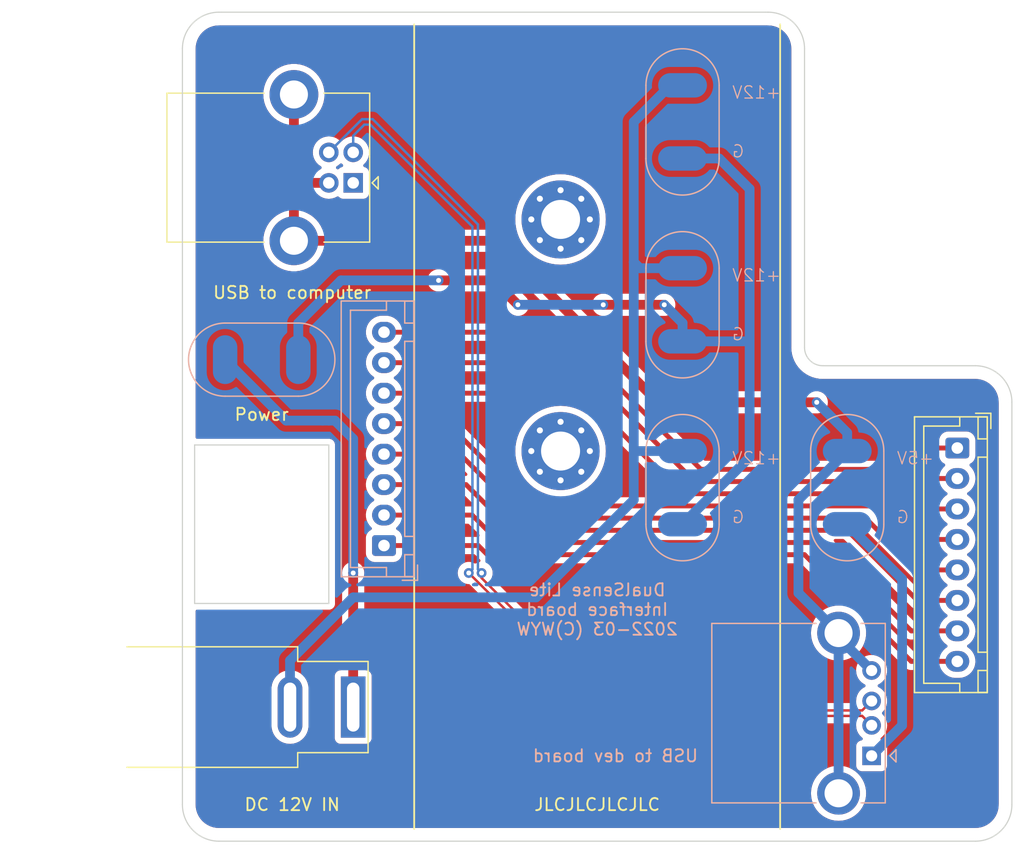
<source format=kicad_pcb>
(kicad_pcb (version 20211014) (generator pcbnew)
  (layers (0 "F.Cu" signal) (31 "B.Cu" signal) (34 "B.Paste" user) (35 "F.Paste" user) (36 "B.SilkS" user "B.Silkscreen") (37 "F.SilkS" user "F.Silkscreen") (38 "B.Mask" user) (39 "F.Mask" user) (44 "Edge.Cuts" user))
  (net 0 "")
  (net 1 "Net-(J1-Pad1)")
  (net 2 "GNDPWR")
  (net 3 "+12V")
  (net 4 "+5V")
  (net 5 "Net-(J6-Pad2)")
  (net 7 "Net-(J4-Pad1)")
  (net 8 "Net-(J4-Pad2)")
  (net 9 "Net-(J4-Pad3)")
  (net 10 "Net-(J4-Pad4)")
  (net 11 "Net-(J4-Pad5)")
  (net 12 "Net-(J4-Pad6)")
  (net 13 "Net-(J4-Pad7)")
  (net 14 "Net-(J4-Pad8)")
  (net 15 "/D-")
  (net 16 "/D+")
  (footprint "Connector_JST:JST_XH_B8B-XH-A_1x08_P2.50mm_Vertical" (layer "F.Cu") (at 136.525 83.75 -90)
    (fp_text reference "J9")
    (fp_text value "Conn_01x08_Female")
    (fp_line (start 0.75 -2.45) (end 0.75 -1.7) (layer "F.SilkS") (width 0.12))
    (fp_line (start -2.55 -1.7) (end -0.75 -1.7) (layer "F.SilkS") (width 0.12))
    (fp_line (start 16.75 -1.7) (end 16.75 -2.45) (layer "F.SilkS") (width 0.12))
    (fp_line (start 19.3 2.75) (end 8.75 2.75) (layer "F.SilkS") (width 0.12))
    (fp_line (start 16.75 -2.45) (end 0.75 -2.45) (layer "F.SilkS") (width 0.12))
    (fp_line (start -2.55 -2.45) (end -2.55 -1.7) (layer "F.SilkS") (width 0.12))
    (fp_line (start -2.56 -2.46) (end -2.56 3.51) (layer "F.SilkS") (width 0.12))
    (fp_line (start 20.05 -2.45) (end 18.25 -2.45) (layer "F.SilkS") (width 0.12))
    (fp_line (start -1.8 -0.2) (end -1.8 2.75) (layer "F.SilkS") (width 0.12))
    (fp_line (start 18.25 -1.7) (end 20.05 -1.7) (layer "F.SilkS") (width 0.12))
    (fp_line (start -0.75 -1.7) (end -0.75 -2.45) (layer "F.SilkS") (width 0.12))
    (fp_line (start -2.55 -0.2) (end -1.8 -0.2) (layer "F.SilkS") (width 0.12))
    (fp_line (start -0.75 -2.45) (end -2.55 -2.45) (layer "F.SilkS") (width 0.12))
    (fp_line (start 20.06 -2.46) (end -2.56 -2.46) (layer "F.SilkS") (width 0.12))
    (fp_line (start 18.25 -2.45) (end 18.25 -1.7) (layer "F.SilkS") (width 0.12))
    (fp_line (start 20.05 -1.7) (end 20.05 -2.45) (layer "F.SilkS") (width 0.12))
    (fp_line (start -2.56 3.51) (end 20.06 3.51) (layer "F.SilkS") (width 0.12))
    (fp_line (start 20.06 3.51) (end 20.06 -2.46) (layer "F.SilkS") (width 0.12))
    (fp_line (start -1.8 2.75) (end 8.75 2.75) (layer "F.SilkS") (width 0.12))
    (fp_line (start 19.3 -0.2) (end 19.3 2.75) (layer "F.SilkS") (width 0.12))
    (fp_line (start 20.05 -0.2) (end 19.3 -0.2) (layer "F.SilkS") (width 0.12))
    (fp_line (start 0.75 -1.7) (end 16.75 -1.7) (layer "F.SilkS") (width 0.12))
    (fp_line (start -1.6 -2.75) (end -2.85 -2.75) (layer "F.SilkS") (width 0.12))
    (fp_line (start -2.85 -2.75) (end -2.85 -1.5) (layer "F.SilkS") (width 0.12))
    (pad "1" thru_hole roundrect (at 0 0 270) (size 1.7 1.95) (drill 0.95) (layers *.Cu *.Mask) (roundrect_rratio 0.1470588235) (net 14 "Net-(J4-Pad8)"))
    (pad "2" thru_hole oval (at 2.5 0 270) (size 1.7 1.95) (drill 0.95) (layers *.Cu *.Mask) (net 13 "Net-(J4-Pad7)"))
    (pad "3" thru_hole oval (at 5 0 270) (size 1.7 1.95) (drill 0.95) (layers *.Cu *.Mask) (net 12 "Net-(J4-Pad6)"))
    (pad "4" thru_hole oval (at 7.5 0 270) (size 1.7 1.95) (drill 0.95) (layers *.Cu *.Mask) (net 11 "Net-(J4-Pad5)"))
    (pad "5" thru_hole oval (at 10 0 270) (size 1.7 1.95) (drill 0.95) (layers *.Cu *.Mask) (net 10 "Net-(J4-Pad4)"))
    (pad "6" thru_hole oval (at 12.5 0 270) (size 1.7 1.95) (drill 0.95) (layers *.Cu *.Mask) (net 9 "Net-(J4-Pad3)"))
    (pad "7" thru_hole oval (at 15 0 270) (size 1.7 1.95) (drill 0.95) (layers *.Cu *.Mask) (net 8 "Net-(J4-Pad2)"))
    (pad "8" thru_hole oval (at 17.5 0 270) (size 1.7 1.95) (drill 0.95) (layers *.Cu *.Mask) (net 7 "Net-(J4-Pad1)"))
  )
  (footprint "Connector_USB:USB_B_Lumberg_2411_02_Horizontal" (layer "F.Cu") (at 87 62 180)
    (fp_text reference "J7")
    (fp_text value "USB Computer")
    (fp_line (start -2.05 0.5) (end -1.55 0) (layer "F.SilkS") (width 0.12))
    (fp_line (start 15.27 -4.86) (end 7.3 -4.86) (layer "F.SilkS") (width 0.12))
    (fp_line (start -1.35 -4.86) (end 2.4 -4.86) (layer "F.SilkS") (width 0.12))
    (fp_line (start 15.27 7.36) (end 7.3 7.36) (layer "F.SilkS") (width 0.12))
    (fp_line (start 15.27 7.36) (end 15.27 -4.86) (layer "F.SilkS") (width 0.12))
    (fp_line (start -2.05 -0.5) (end -2.05 0.5) (layer "F.SilkS") (width 0.12))
    (fp_line (start -1.35 7.36) (end -1.35 -4.86) (layer "F.SilkS") (width 0.12))
    (fp_line (start -1.35 7.36) (end 2.4 7.36) (layer "F.SilkS") (width 0.12))
    (fp_line (start -1.55 0) (end -2.05 -0.5) (layer "F.SilkS") (width 0.12))
    (pad "1" thru_hole rect (at 0 0 270) (size 1.6 1.6) (drill 0.95) (layers *.Cu *.Mask))
    (pad "2" thru_hole circle (at 0 2.5 270) (size 1.6 1.6) (drill 0.95) (layers *.Cu *.Mask) (net 15 "/D-"))
    (pad "3" thru_hole circle (at 2 2.5 270) (size 1.6 1.6) (drill 0.95) (layers *.Cu *.Mask) (net 16 "/D+"))
    (pad "4" thru_hole circle (at 2 0 270) (size 1.6 1.6) (drill 0.95) (layers *.Cu *.Mask) (net 5 "Net-(J6-Pad2)"))
    (pad "5" thru_hole circle (at 4.86 7.25 270) (size 4 4) (drill 2.3) (layers *.Cu *.Mask) (net 5 "Net-(J6-Pad2)"))
    (pad "5" thru_hole circle (at 4.86 -4.75 270) (size 4 4) (drill 2.3) (layers *.Cu *.Mask) (net 5 "Net-(J6-Pad2)"))
  )
  (footprint "MountingHole:MountingHole_3.2mm_M3_Pad_Via" (layer "F.Cu") (at 104 65)
    (fp_text reference "H1")
    (fp_text value "MountingHole")
    (pad "1" thru_hole circle (at 0 2.4) (size 0.8 0.8) (drill 0.5) (layers *.Cu *.Mask))
    (pad "1" thru_hole circle (at 2.4 0) (size 0.8 0.8) (drill 0.5) (layers *.Cu *.Mask))
    (pad "1" thru_hole circle (at 1.697056 1.697056) (size 0.8 0.8) (drill 0.5) (layers *.Cu *.Mask))
    (pad "1" thru_hole circle (at -2.4 0) (size 0.8 0.8) (drill 0.5) (layers *.Cu *.Mask))
    (pad "1" thru_hole circle (at 0 -2.4) (size 0.8 0.8) (drill 0.5) (layers *.Cu *.Mask))
    (pad "1" thru_hole circle (at -1.697056 1.697056) (size 0.8 0.8) (drill 0.5) (layers *.Cu *.Mask))
    (pad "1" thru_hole circle (at -1.697056 -1.697056) (size 0.8 0.8) (drill 0.5) (layers *.Cu *.Mask))
    (pad "1" thru_hole circle (at 1.697056 -1.697056) (size 0.8 0.8) (drill 0.5) (layers *.Cu *.Mask))
    (pad "1" thru_hole circle (at 0 0) (size 6.4 6.4) (drill 3.2) (layers *.Cu *.Mask))
  )
  (footprint "Connector_BarrelJack:BarrelJack_SwitchcraftConxall_RAPC10U_Horizontal" (layer "F.Cu") (at 87 105)
    (fp_text reference "J1")
    (fp_text value "DC 12V IN")
    (fp_line (start 1.22 3.74) (end 1.22 -3.74) (layer "F.SilkS") (width 0.12))
    (fp_line (start 1.22 -3.74) (end -4.55 -3.74) (layer "F.SilkS") (width 0.12))
    (fp_line (start -18.55 4.945) (end -4.55 4.945) (layer "F.SilkS") (width 0.12))
    (fp_line (start -4.55 -4.945) (end -18.55 -4.945) (layer "F.SilkS") (width 0.12))
    (fp_line (start -4.55 4.945) (end -4.55 3.74) (layer "F.SilkS") (width 0.12))
    (fp_line (start -4.55 -3.74) (end -4.55 -4.945) (layer "F.SilkS") (width 0.12))
    (fp_line (start -4.55 3.74) (end 1.22 3.74) (layer "F.SilkS") (width 0.12))
    (pad "1" thru_hole rect (at 0 0) (size 2.02 5.02) (drill oval 1.02 4.02) (layers *.Cu *.Mask) (net 1 "Net-(J1-Pad1)"))
    (pad "2" thru_hole oval (at -5.18 0) (size 2.02 5.02) (drill oval 1.02 4.02) (layers *.Cu *.Mask) (net 2 "GNDPWR"))
  )
  (footprint "MountingHole:MountingHole_3.2mm_M3_Pad_Via" (layer "F.Cu") (at 104 84)
    (fp_text reference "H2")
    (fp_text value "MountingHole")
    (pad "1" thru_hole circle (at -1.697056 1.697056) (size 0.8 0.8) (drill 0.5) (layers *.Cu *.Mask))
    (pad "1" thru_hole circle (at 0 0) (size 6.4 6.4) (drill 3.2) (layers *.Cu *.Mask))
    (pad "1" thru_hole circle (at -2.4 0) (size 0.8 0.8) (drill 0.5) (layers *.Cu *.Mask))
    (pad "1" thru_hole circle (at 1.697056 1.697056) (size 0.8 0.8) (drill 0.5) (layers *.Cu *.Mask))
    (pad "1" thru_hole circle (at 0 -2.4) (size 0.8 0.8) (drill 0.5) (layers *.Cu *.Mask))
    (pad "1" thru_hole circle (at -1.697056 -1.697056) (size 0.8 0.8) (drill 0.5) (layers *.Cu *.Mask))
    (pad "1" thru_hole circle (at 1.697056 -1.697056) (size 0.8 0.8) (drill 0.5) (layers *.Cu *.Mask))
    (pad "1" thru_hole circle (at 2.4 0) (size 0.8 0.8) (drill 0.5) (layers *.Cu *.Mask))
    (pad "1" thru_hole circle (at 0 2.4) (size 0.8 0.8) (drill 0.5) (layers *.Cu *.Mask))
  )
  (footprint "Library:Solder_Cables" (layer "B.Cu") (at 114 84)
    (fp_text reference "J5")
    (fp_text value "12V Cable")
    (fp_line (start 3 6) (end 3 0) (layer "B.SilkS") (width 0.12))
    (fp_line (start -3 6) (end -3 0) (layer "B.SilkS") (width 0.12))
    (fp_arc (start 3 6) (mid 0 9) (end -3 6) (layer "B.SilkS") (width 0.12))
    (fp_arc (start -3 0) (mid 0 -3) (end 3 0) (layer "B.SilkS") (width 0.12))
    (pad "1" smd oval (at 0 6) (size 4 2) (layers "B.Cu" "B.Paste" "B.Mask") (net 3 "+12V"))
    (pad "2" smd oval (at 0 0) (size 4 2) (layers "B.Cu" "B.Paste" "B.Mask") (net 2 "GNDPWR"))
  )
  (footprint "Library:Solder_Cables" (layer "B.Cu") (at 82.5 76.5 -90)
    (fp_text reference "SW1")
    (fp_text value "PWR")
    (fp_line (start -3 6) (end -3 0) (layer "B.SilkS") (width 0.12))
    (fp_line (start 3 6) (end 3 0) (layer "B.SilkS") (width 0.12))
    (fp_arc (start -3 0) (mid 0 -3) (end 3 0) (layer "B.SilkS") (width 0.12))
    (fp_arc (start 3 6) (mid 0 9) (end -3 6) (layer "B.SilkS") (width 0.12))
    (pad "1" smd oval (at 0 6 270) (size 4 2) (layers "B.Cu" "B.Paste" "B.Mask") (net 1 "Net-(J1-Pad1)"))
    (pad "2" smd oval (at 0 0 270) (size 4 2) (layers "B.Cu" "B.Paste" "B.Mask") (net 3 "+12V"))
  )
  (footprint "Library:Solder_Cables" (layer "B.Cu") (at 114 54)
    (fp_text reference "J2")
    (fp_text value "12V Cable")
    (fp_line (start 3 6) (end 3 0) (layer "B.SilkS") (width 0.12))
    (fp_line (start -3 6) (end -3 0) (layer "B.SilkS") (width 0.12))
    (fp_arc (start -3 0) (mid 0 -3) (end 3 0) (layer "B.SilkS") (width 0.12))
    (fp_arc (start 3 6) (mid 0 9) (end -3 6) (layer "B.SilkS") (width 0.12))
    (pad "1" smd oval (at 0 6) (size 4 2) (layers "B.Cu" "B.Paste" "B.Mask") (net 3 "+12V"))
    (pad "2" smd oval (at 0 0) (size 4 2) (layers "B.Cu" "B.Paste" "B.Mask") (net 2 "GNDPWR"))
  )
  (footprint "Library:Solder_Cables" (layer "B.Cu") (at 127.5 84)
    (fp_text reference "J6")
    (fp_text value "5V Cable")
    (fp_line (start 3 6) (end 3 0) (layer "B.SilkS") (width 0.12))
    (fp_line (start -3 6) (end -3 0) (layer "B.SilkS") (width 0.12))
    (fp_arc (start -3 0) (mid 0 -3) (end 3 0) (layer "B.SilkS") (width 0.12))
    (fp_arc (start 3 6) (mid 0 9) (end -3 6) (layer "B.SilkS") (width 0.12))
    (pad "1" smd oval (at 0 6) (size 4 2) (layers "B.Cu" "B.Paste" "B.Mask") (net 4 "+5V"))
    (pad "2" smd oval (at 0 0) (size 4 2) (layers "B.Cu" "B.Paste" "B.Mask") (net 5 "Net-(J6-Pad2)"))
  )
  (footprint "Connector_JST:JST_XH_B8B-XH-A_1x08_P2.50mm_Vertical" (layer "B.Cu") (at 89.525 91.75 90)
    (fp_text reference "J4")
    (fp_text value "Conn_01x08_Female")
    (fp_line (start -2.55 0.2) (end -1.8 0.2) (layer "B.SilkS") (width 0.12))
    (fp_line (start 19.3 0.2) (end 19.3 -2.75) (layer "B.SilkS") (width 0.12))
    (fp_line (start 20.05 1.7) (end 20.05 2.45) (layer "B.SilkS") (width 0.12))
    (fp_line (start 0.75 2.45) (end 0.75 1.7) (layer "B.SilkS") (width 0.12))
    (fp_line (start -2.55 1.7) (end -0.75 1.7) (layer "B.SilkS") (width 0.12))
    (fp_line (start 0.75 1.7) (end 16.75 1.7) (layer "B.SilkS") (width 0.12))
    (fp_line (start -0.75 1.7) (end -0.75 2.45) (layer "B.SilkS") (width 0.12))
    (fp_line (start 20.05 2.45) (end 18.25 2.45) (layer "B.SilkS") (width 0.12))
    (fp_line (start -1.8 0.2) (end -1.8 -2.75) (layer "B.SilkS") (width 0.12))
    (fp_line (start 18.25 2.45) (end 18.25 1.7) (layer "B.SilkS") (width 0.12))
    (fp_line (start 20.05 0.2) (end 19.3 0.2) (layer "B.SilkS") (width 0.12))
    (fp_line (start -2.56 2.46) (end -2.56 -3.51) (layer "B.SilkS") (width 0.12))
    (fp_line (start -0.75 2.45) (end -2.55 2.45) (layer "B.SilkS") (width 0.12))
    (fp_line (start -2.56 -3.51) (end 20.06 -3.51) (layer "B.SilkS") (width 0.12))
    (fp_line (start -1.8 -2.75) (end 8.75 -2.75) (layer "B.SilkS") (width 0.12))
    (fp_line (start 18.25 1.7) (end 20.05 1.7) (layer "B.SilkS") (width 0.12))
    (fp_line (start 20.06 -3.51) (end 20.06 2.46) (layer "B.SilkS") (width 0.12))
    (fp_line (start -2.85 2.75) (end -2.85 1.5) (layer "B.SilkS") (width 0.12))
    (fp_line (start -1.6 2.75) (end -2.85 2.75) (layer "B.SilkS") (width 0.12))
    (fp_line (start 16.75 1.7) (end 16.75 2.45) (layer "B.SilkS") (width 0.12))
    (fp_line (start 16.75 2.45) (end 0.75 2.45) (layer "B.SilkS") (width 0.12))
    (fp_line (start 20.06 2.46) (end -2.56 2.46) (layer "B.SilkS") (width 0.12))
    (fp_line (start -2.55 2.45) (end -2.55 1.7) (layer "B.SilkS") (width 0.12))
    (fp_line (start 19.3 -2.75) (end 8.75 -2.75) (layer "B.SilkS") (width 0.12))
    (pad "1" thru_hole roundrect (at 0 0 90) (size 1.7 1.95) (drill 0.95) (layers *.Cu *.Mask) (roundrect_rratio 0.1470588235) (net 7 "Net-(J4-Pad1)"))
    (pad "2" thru_hole oval (at 2.5 0 90) (size 1.7 1.95) (drill 0.95) (layers *.Cu *.Mask) (net 8 "Net-(J4-Pad2)"))
    (pad "3" thru_hole oval (at 5 0 90) (size 1.7 1.95) (drill 0.95) (layers *.Cu *.Mask) (net 9 "Net-(J4-Pad3)"))
    (pad "4" thru_hole oval (at 7.5 0 90) (size 1.7 1.95) (drill 0.95) (layers *.Cu *.Mask) (net 10 "Net-(J4-Pad4)"))
    (pad "5" thru_hole oval (at 10 0 90) (size 1.7 1.95) (drill 0.95) (layers *.Cu *.Mask) (net 11 "Net-(J4-Pad5)"))
    (pad "6" thru_hole oval (at 12.5 0 90) (size 1.7 1.95) (drill 0.95) (layers *.Cu *.Mask) (net 12 "Net-(J4-Pad6)"))
    (pad "7" thru_hole oval (at 15 0 90) (size 1.7 1.95) (drill 0.95) (layers *.Cu *.Mask) (net 13 "Net-(J4-Pad7)"))
    (pad "8" thru_hole oval (at 17.5 0 90) (size 1.7 1.95) (drill 0.95) (layers *.Cu *.Mask) (net 14 "Net-(J4-Pad8)"))
  )
  (footprint "Connector_USB:USB_A_CONNFLY_DS1095-WNR0" (layer "B.Cu") (at 129.5 109 90)
    (fp_text reference "J8")
    (fp_text value "USB MCU")
    (fp_line (start -0.5 2) (end 0 1.5) (layer "B.SilkS") (width 0.12))
    (fp_line (start -3.86 -4.56) (end -3.86 -13.1) (layer "B.SilkS") (width 0.12))
    (fp_line (start 0 1.5) (end 0.5 2) (layer "B.SilkS") (width 0.12))
    (fp_line (start -3.86 1.12) (end 10.86 1.12) (layer "B.SilkS") (width 0.12))
    (fp_line (start 10.86 -0.86) (end 10.86 1.12) (layer "B.SilkS") (width 0.12))
    (fp_line (start 0.5 2) (end -0.5 2) (layer "B.SilkS") (width 0.12))
    (fp_line (start 10.86 -4.56) (end 10.86 -13.1) (layer "B.SilkS") (width 0.12))
    (fp_line (start -3.86 1.12) (end -3.86 -0.86) (layer "B.SilkS") (width 0.12))
    (fp_line (start -3.86 -13.1) (end 10.86 -13.1) (layer "B.SilkS") (width 0.12))
    (pad "1" thru_hole rect (at 0 0 90) (size 1.524 1.524) (drill 0.92) (layers *.Cu *.Mask) (net 4 "+5V"))
    (pad "2" thru_hole circle (at 2.5 0 90) (size 1.524 1.524) (drill 0.92) (layers *.Cu *.Mask) (net 15 "/D-"))
    (pad "3" thru_hole circle (at 4.5 0 90) (size 1.524 1.524) (drill 0.92) (layers *.Cu *.Mask) (net 16 "/D+"))
    (pad "4" thru_hole circle (at 7 0 90) (size 1.524 1.524) (drill 0.92) (layers *.Cu *.Mask) (net 5 "Net-(J6-Pad2)"))
    (pad "5" thru_hole circle (at -3.07 -2.71 90) (size 3.5 3.5) (drill 2.3) (layers *.Cu *.Mask) (net 5 "Net-(J6-Pad2)"))
    (pad "5" thru_hole circle (at 10.07 -2.71 90) (size 3.5 3.5) (drill 2.3) (layers *.Cu *.Mask) (net 5 "Net-(J6-Pad2)"))
  )
  (footprint "Library:Solder_Cables" (layer "B.Cu") (at 114 69)
    (fp_text reference "J3")
    (fp_text value "12V Cable")
    (fp_line (start -3 6) (end -3 0) (layer "B.SilkS") (width 0.12))
    (fp_line (start 3 6) (end 3 0) (layer "B.SilkS") (width 0.12))
    (fp_arc (start 3 6) (mid 0 9) (end -3 6) (layer "B.SilkS") (width 0.12))
    (fp_arc (start -3 0) (mid 0 -3) (end 3 0) (layer "B.SilkS") (width 0.12))
    (pad "1" smd oval (at 0 6) (size 4 2) (layers "B.Cu" "B.Paste" "B.Mask") (net 3 "+12V"))
    (pad "2" smd oval (at 0 0) (size 4 2) (layers "B.Cu" "B.Paste" "B.Mask") (net 2 "GNDPWR"))
  )
  (gr_line (start 122 49) (end 122 115) (layer "F.SilkS") (width 0.15))
  (gr_line (start 92 49) (end 92 115) (layer "F.SilkS") (width 0.15))
  (gr_line (start 141 80) (end 141 113) (layer "Edge.Cuts") (width 0.1))
  (gr_line (start 74 96.5) (end 74 83.5) (layer "Edge.Cuts") (width 0.1))
  (gr_line (start 73 113) (end 73 51) (layer "Edge.Cuts") (width 0.1))
  (gr_arc (start 138 77) (mid 140.12132 77.87868) (end 141 80) (layer "Edge.Cuts") (width 0.1))
  (gr_line (start 138 116) (end 76 116) (layer "Edge.Cuts") (width 0.1))
  (gr_line (start 124 51) (end 124 75.5) (layer "Edge.Cuts") (width 0.1))
  (gr_line (start 74 83.5) (end 85 83.5) (layer "Edge.Cuts") (width 0.1))
  (gr_arc (start 73 51) (mid 73.87868 48.87868) (end 76 48) (layer "Edge.Cuts") (width 0.1))
  (gr_arc (start 141 113) (mid 140.12132 115.12132) (end 138 116) (layer "Edge.Cuts") (width 0.1))
  (gr_line (start 85 96.5) (end 74 96.5) (layer "Edge.Cuts") (width 0.1))
  (gr_line (start 85 83.5) (end 85 96.5) (layer "Edge.Cuts") (width 0.1))
  (gr_arc (start 76 116) (mid 73.87868 115.12132) (end 73 113) (layer "Edge.Cuts") (width 0.1))
  (gr_line (start 76 48) (end 121 48) (layer "Edge.Cuts") (width 0.1))
  (gr_arc (start 125.5 77) (mid 124.43934 76.56066) (end 124 75.5) (layer "Edge.Cuts") (width 0.1))
  (gr_arc (start 121 48) (mid 123.12132 48.87868) (end 124 51) (layer "Edge.Cuts") (width 0.1))
  (gr_line (start 138 77) (end 125.5 77) (layer "Edge.Cuts") (width 0.1))
  (gr_text "USB to dev board" (at 108.5 109) (layer "B.SilkS") (effects (font (size 1 1)) (justify mirror)))
  (gr_text "DualSense Lite\nInterface board\n2022-03 (C)WYW" (at 107 97) (layer "B.SilkS") (effects (font (size 1 1)) (justify mirror)))
  (gr_text "+5V\n\n\nG" (at 131.5 87) (layer "B.SilkS") (effects (font (size 1 1) (thickness 0.1)) (justify right mirror)))
  (gr_text "+12V\n\n\nG" (at 118 87) (layer "B.SilkS") (effects (font (size 1 1) (thickness 0.1)) (justify right mirror)))
  (gr_text "+12V\n\n\nG" (at 118 72) (layer "B.SilkS") (effects (font (size 1 1) (thickness 0.1)) (justify right mirror)))
  (gr_text "+12V\n\n\nG" (at 118 57) (layer "B.SilkS") (effects (font (size 1 1) (thickness 0.1)) (justify right mirror)))
  (gr_text "DC 12V IN" (at 82 113) (layer "F.SilkS") (effects (font (size 1 1))))
  (gr_text "JLCJLCJLCJLC" (at 107 113) (layer "F.SilkS") (effects (font (size 1 1))))
  (gr_text "USB to computer" (at 82 71) (layer "F.SilkS") (effects (font (size 1 1))))
  (gr_text "Power" (at 79.5 81) (layer "F.SilkS") (effects (font (size 1 1))))
  (segment (start 87 94) (end 87 105) (width 0.8) (layer "F.Cu") (net 1))
  (via (at 87 94) (size 0.8) (drill 0.4) (layers "F.Cu" "B.Cu") (net 1))
  (segment (start 85.5 81.5) (end 87 83) (width 0.8) (layer "B.Cu") (net 1))
  (segment (start 85 81.5) (end 85.5 81.5) (width 0.8) (layer "B.Cu") (net 1))
  (segment (start 81 81) (end 81.5 81.5) (width 0.8) (layer "B.Cu") (net 1))
  (segment (start 76.5 76.5) (end 81 81) (width 0.8) (layer "B.Cu") (net 1))
  (segment (start 81.5 81.5) (end 84.5 81.5) (width 0.8) (layer "B.Cu") (net 1))
  (segment (start 87 83) (end 87 94) (width 0.8) (layer "B.Cu") (net 1))
  (segment (start 84.5 81.5) (end 85 81.5) (width 0.8) (layer "B.Cu") (net 1))
  (segment (start 110 57) (end 113 54) (width 0.8) (layer "B.Cu") (net 2))
  (segment (start 114 69) (end 110.5 69) (width 0.8) (layer "B.Cu") (net 2))
  (segment (start 110.5 69) (end 110 68.5) (width 0.8) (layer "B.Cu") (net 2))
  (segment (start 110 84) (end 110 88) (width 0.8) (layer "B.Cu") (net 2))
  (segment (start 81.82 101.18) (end 81.82 105) (width 0.8) (layer "B.Cu") (net 2))
  (segment (start 114 84) (end 110 84) (width 0.8) (layer "B.Cu") (net 2))
  (segment (start 110 84) (end 110 68.5) (width 0.8) (layer "B.Cu") (net 2))
  (segment (start 102 96) (end 87 96) (width 0.8) (layer "B.Cu") (net 2))
  (segment (start 113 54) (end 114 54) (width 0.8) (layer "B.Cu") (net 2))
  (segment (start 87 96) (end 81.82 101.18) (width 0.8) (layer "B.Cu") (net 2))
  (segment (start 110 88) (end 102 96) (width 0.8) (layer "B.Cu") (net 2))
  (segment (start 110 68.5) (end 110 57) (width 0.8) (layer "B.Cu") (net 2))
  (segment (start 94 70) (end 98.5 70) (width 0.8) (layer "F.Cu") (net 3))
  (segment (start 98.5 70) (end 100.5 72) (width 0.8) (layer "F.Cu") (net 3))
  (segment (start 107.5 72) (end 112.5 72) (width 0.8) (layer "F.Cu") (net 3))
  (via (at 107.5 72) (size 0.8) (drill 0.4) (layers "F.Cu" "B.Cu") (net 3))
  (via (at 94 70) (size 0.8) (drill 0.4) (layers "F.Cu" "B.Cu") (net 3))
  (via (at 100.5 72) (size 0.8) (drill 0.4) (layers "F.Cu" "B.Cu") (net 3))
  (via (at 112.5 72) (size 0.8) (drill 0.4) (layers "F.Cu" "B.Cu") (net 3))
  (segment (start 100.5 72) (end 107.5 72) (width 0.8) (layer "B.Cu") (net 3))
  (segment (start 112.5 72) (end 114 73.5) (width 0.8) (layer "B.Cu") (net 3))
  (segment (start 86 70) (end 94 70) (width 0.8) (layer "B.Cu") (net 3))
  (segment (start 117 60) (end 119.5 62.5) (width 0.8) (layer "B.Cu") (net 3))
  (segment (start 114 73.5) (end 114 75) (width 0.8) (layer "B.Cu") (net 3))
  (segment (start 114 60) (end 117 60) (width 0.8) (layer "B.Cu") (net 3))
  (segment (start 114 75) (end 119.5 75) (width 0.8) (layer "B.Cu") (net 3))
  (segment (start 119.5 62.5) (end 119.5 75) (width 0.8) (layer "B.Cu") (net 3))
  (segment (start 119.5 75) (end 119.5 84.5) (width 0.8) (layer "B.Cu") (net 3))
  (segment (start 82.5 73.5) (end 86 70) (width 0.8) (layer "B.Cu") (net 3))
  (segment (start 82.5 76.5) (end 82.5 73.5) (width 0.8) (layer "B.Cu") (net 3))
  (segment (start 119.5 84.5) (end 114 90) (width 0.8) (layer "B.Cu") (net 3))
  (segment (start 132 106.5) (end 129.5 109) (width 0.8) (layer "B.Cu") (net 4))
  (segment (start 127.5 90) (end 132 94.5) (width 0.8) (layer "B.Cu") (net 4))
  (segment (start 132 94.5) (end 132 106.5) (width 0.8) (layer "B.Cu") (net 4))
  (segment (start 82.28 62) (end 82.14 61.86) (width 0.8) (layer "F.Cu") (net 5))
  (segment (start 98.75 66.75) (end 82.14 66.75) (width 0.8) (layer "F.Cu") (net 5))
  (segment (start 82.14 54.75) (end 82.14 61.86) (width 0.8) (layer "F.Cu") (net 5))
  (segment (start 82.14 61.86) (end 82.14 66.75) (width 0.8) (layer "F.Cu") (net 5))
  (segment (start 112 80) (end 98.75 66.75) (width 0.8) (layer "F.Cu") (net 5))
  (segment (start 85 62) (end 82.28 62) (width 0.8) (layer "F.Cu") (net 5))
  (segment (start 125 80) (end 112 80) (width 0.8) (layer "F.Cu") (net 5))
  (via (at 125 80) (size 0.8) (drill 0.4) (layers "F.Cu" "B.Cu") (net 5))
  (segment (start 127.5 84) (end 127.5 82.5) (width 0.8) (layer "B.Cu") (net 5))
  (segment (start 127.5 82.5) (end 125 80) (width 0.8) (layer "B.Cu") (net 5))
  (segment (start 123.5 95.64) (end 126.79 98.93) (width 0.8) (layer "B.Cu") (net 5))
  (segment (start 126.79 98.93) (end 126.79 99.29) (width 0.8) (layer "B.Cu") (net 5))
  (segment (start 126.79 112.07) (end 126.79 98.93) (width 0.8) (layer "B.Cu") (net 5))
  (segment (start 123.5 88) (end 123.5 95.64) (width 0.8) (layer "B.Cu") (net 5))
  (segment (start 126.79 99.29) (end 129.5 102) (width 0.8) (layer "B.Cu") (net 5))
  (segment (start 127.5 84) (end 123.5 88) (width 0.8) (layer "B.Cu") (net 5))
  (segment (start 132.75 101.25) (end 136.525 101.25) (width 0.4) (layer "F.Cu") (net 7))
  (segment (start 124 92.5) (end 132.75 101.25) (width 0.4) (layer "F.Cu") (net 7))
  (segment (start 97.25 91.75) (end 89.525 91.75) (width 0.4) (layer "F.Cu") (net 7))
  (segment (start 97.25 91.75) (end 98 92.5) (width 0.4) (layer "F.Cu") (net 7))
  (segment (start 98 92.5) (end 124 92.5) (width 0.4) (layer "F.Cu") (net 7))
  (segment (start 132.75 98.75) (end 136.525 98.75) (width 0.4) (layer "F.Cu") (net 8))
  (segment (start 99 91.5) (end 125.5 91.5) (width 0.4) (layer "F.Cu") (net 8))
  (segment (start 125.5 91.5) (end 132.75 98.75) (width 0.4) (layer "F.Cu") (net 8))
  (segment (start 96.75 89.25) (end 99 91.5) (width 0.4) (layer "F.Cu") (net 8))
  (segment (start 96.75 89.25) (end 89.525 89.25) (width 0.4) (layer "F.Cu") (net 8))
  (segment (start 127.5 90.5) (end 133.25 96.25) (width 0.4) (layer "F.Cu") (net 9))
  (segment (start 100 90.5) (end 127.5 90.5) (width 0.4) (layer "F.Cu") (net 9))
  (segment (start 96.25 86.75) (end 100 90.5) (width 0.4) (layer "F.Cu") (net 9))
  (segment (start 133.25 96.25) (end 136.525 96.25) (width 0.4) (layer "F.Cu") (net 9))
  (segment (start 96.25 86.75) (end 89.525 86.75) (width 0.4) (layer "F.Cu") (net 9))
  (segment (start 129 89.5) (end 133.25 93.75) (width 0.4) (layer "F.Cu") (net 10))
  (segment (start 101 89.5) (end 129 89.5) (width 0.4) (layer "F.Cu") (net 10))
  (segment (start 95.75 84.25) (end 101 89.5) (width 0.4) (layer "F.Cu") (net 10))
  (segment (start 133.25 93.75) (end 136.525 93.75) (width 0.4) (layer "F.Cu") (net 10))
  (segment (start 95.75 84.25) (end 89.525 84.25) (width 0.4) (layer "F.Cu") (net 10))
  (segment (start 132.75 91.25) (end 136.525 91.25) (width 0.4) (layer "F.Cu") (net 11))
  (segment (start 130 88.5) (end 132.75 91.25) (width 0.4) (layer "F.Cu") (net 11))
  (segment (start 101.5 88.5) (end 130 88.5) (width 0.4) (layer "F.Cu") (net 11))
  (segment (start 94.75 81.75) (end 101.5 88.5) (width 0.4) (layer "F.Cu") (net 11))
  (segment (start 94.75 81.75) (end 89.525 81.75) (width 0.4) (layer "F.Cu") (net 11))
  (segment (start 105.75 79.25) (end 89.525 79.25) (width 0.4) (layer "F.Cu") (net 12))
  (segment (start 105.75 79.25) (end 114 87.5) (width 0.4) (layer "F.Cu") (net 12))
  (segment (start 133.75 88.75) (end 136.525 88.75) (width 0.4) (layer "F.Cu") (net 12))
  (segment (start 132.5 87.5) (end 133.75 88.75) (width 0.4) (layer "F.Cu") (net 12))
  (segment (start 114 87.5) (end 132.5 87.5) (width 0.4) (layer "F.Cu") (net 12))
  (segment (start 134.25 86.25) (end 136.525 86.25) (width 0.4) (layer "F.Cu") (net 13))
  (segment (start 105.25 76.75) (end 115 86.5) (width 0.4) (layer "F.Cu") (net 13))
  (segment (start 134 86.5) (end 134.25 86.25) (width 0.4) (layer "F.Cu") (net 13))
  (segment (start 115 86.5) (end 134 86.5) (width 0.4) (layer "F.Cu") (net 13))
  (segment (start 105.25 76.75) (end 89.525 76.75) (width 0.4) (layer "F.Cu") (net 13))
  (segment (start 104.25 74.25) (end 89.525 74.25) (width 0.4) (layer "F.Cu") (net 14))
  (segment (start 134.75 83.75) (end 136.525 83.75) (width 0.4) (layer "F.Cu") (net 14))
  (segment (start 104.25 74.25) (end 115.5 85.5) (width 0.4) (layer "F.Cu") (net 14))
  (segment (start 133 85.5) (end 134.75 83.75) (width 0.4) (layer "F.Cu") (net 14))
  (segment (start 115.5 85.5) (end 133 85.5) (width 0.4) (layer "F.Cu") (net 14))
  (segment (start 96.475 94) (end 108.200001 105.725001) (width 0.2) (layer "F.Cu") (net 15))
  (segment (start 108.200001 105.725001) (end 128.725001 105.725001) (width 0.2) (layer "F.Cu") (net 15))
  (segment (start 128.725001 105.725001) (end 129.5 106.5) (width 0.2) (layer "F.Cu") (net 15))
  (via (at 96.475 94) (size 0.8) (drill 0.4) (layers "F.Cu" "B.Cu") (net 15))
  (segment (start 96.774999 93.700001) (end 96.475 94) (width 0.2) (layer "B.Cu") (net 15))
  (segment (start 88.4068 57.225) (end 96.775 65.5932) (width 0.2) (layer "B.Cu") (net 15))
  (segment (start 87 59.5) (end 87 58.136397) (width 0.2) (layer "B.Cu") (net 15))
  (segment (start 87.911397 57.225) (end 88.4068 57.225) (width 0.2) (layer "B.Cu") (net 15))
  (segment (start 87 58.136397) (end 87.911397 57.225) (width 0.2) (layer "B.Cu") (net 15))
  (segment (start 96.775 65.5932) (end 96.774999 93.700001) (width 0.2) (layer "B.Cu") (net 15))
  (segment (start 97.525 94) (end 97.525 94.413603) (width 0.2) (layer "F.Cu") (net 16))
  (segment (start 97.525 94.413603) (end 108.386396 105.274999) (width 0.2) (layer "F.Cu") (net 16))
  (segment (start 108.386396 105.274999) (end 128.725001 105.274999) (width 0.2) (layer "F.Cu") (net 16))
  (segment (start 128.725001 105.274999) (end 129.5 104.5) (width 0.2) (layer "F.Cu") (net 16))
  (via (at 97.525 94) (size 0.8) (drill 0.4) (layers "F.Cu" "B.Cu") (net 16))
  (segment (start 87.725 56.775) (end 88.5932 56.775) (width 0.2) (layer "B.Cu") (net 16))
  (segment (start 85 59.5) (end 87.725 56.775) (width 0.2) (layer "B.Cu") (net 16))
  (segment (start 97.225001 93.700001) (end 97.525 94) (width 0.2) (layer "B.Cu") (net 16))
  (segment (start 97.225 65.4068) (end 97.225001 93.700001) (width 0.2) (layer "B.Cu") (net 16))
  (segment (start 88.5932 56.775) (end 97.225 65.4068) (width 0.2) (layer "B.Cu") (net 16))
  (zone (net 0) (net_name "") (layers F&B.Cu) (connect_pads (clearance 0.508)) (min_thickness 0.254) (fill yes (thermal_gap 0.508) (thermal_bridge_width 0.508))
    (polygon (pts (xy 142 78) (xy 142 117) (xy 72 117) (xy 72 47) (xy 125 47)))
  )
)
</source>
